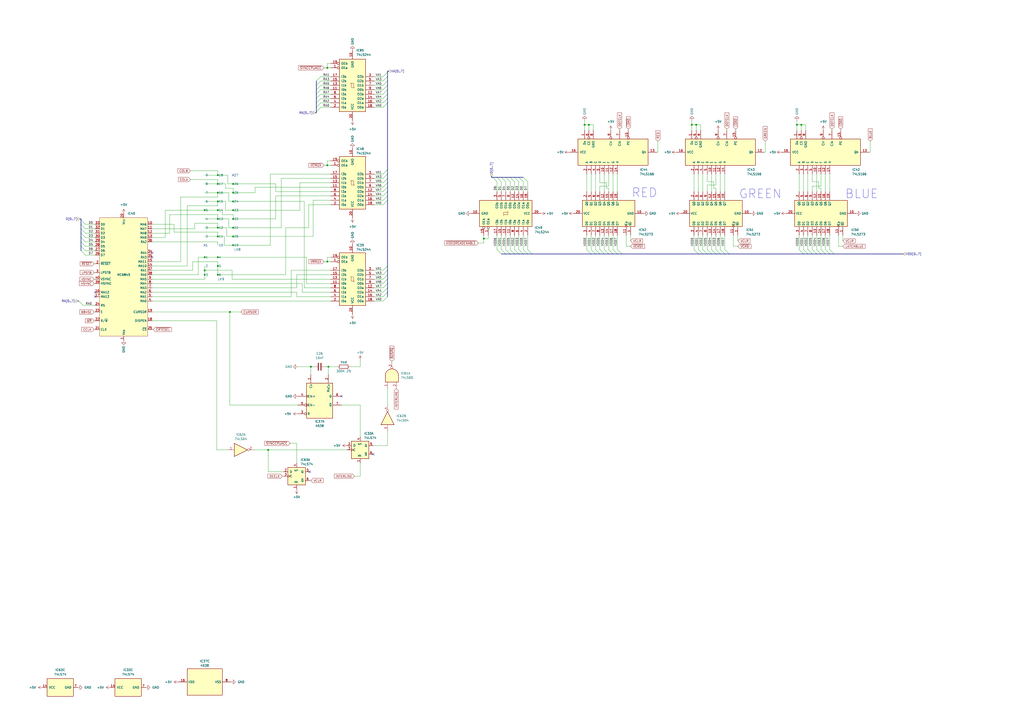
<source format=kicad_sch>
(kicad_sch (version 20230121) (generator eeschema)
  (paper "A2")
  (junction (at 135.255 142.24))
  (junction (at 126.365 111.76))
  (junction (at 126.365 132.08))
  (junction (at 126.365 101.6))
  (junction (at 126.365 116.84))
  (junction (at 190.5 212.725))
  (junction (at 118.745 156.845))
  (junction (at 126.365 149.225))
  (junction (at 135.255 111.76))
  (junction (at 126.365 106.68))
  (junction (at 464.82 72.39))
  (junction (at 126.365 159.385))
  (junction (at 118.745 121.92))
  (junction (at 126.365 127))
  (junction (at 135.255 116.84))
  (junction (at 135.255 132.08))
  (junction (at 126.365 154.305))
  (junction (at 339.09 72.39))
  (junction (at 126.365 121.92))
  (junction (at 133.35 180.975))
  (junction (at 155.575 260.985))
  (junction (at 189.865 95.885))
  (junction (at 341.63 72.39))
  (junction (at 180.34 212.725))
  (junction (at 135.255 137.16))
  (junction (at 135.255 121.92))
  (junction (at 135.255 106.68))
  (junction (at 126.365 137.16))
  (junction (at 118.745 149.225))
  (junction (at 189.865 151.765))
  (junction (at 403.86 72.39))
  (junction (at 189.865 39.37))
  (junction (at 280.67 138.43))
  (junction (at 462.28 72.39))
  (junction (at 135.255 127))
  (junction (at 401.32 72.39))
  (junction (at 118.745 159.385))
  (no_connect (at 135.255 101.6))
  (no_connect (at 55.245 172.085))
  (no_connect (at 179.705 273.685))
  (no_connect (at 216.535 263.525))
  (no_connect (at 55.245 169.545))
  (no_connect (at 198.12 229.87))
  (no_connect (at 88.265 149.225))
  (no_connect (at 118.745 142.24))
  (no_connect (at 88.265 146.685))
  (bus_entry (at 222.25 52.07) (size 2.54 -2.54))
  (bus_entry (at 308.61 147.32) (size -2.54 -2.54))
  (bus_entry (at 186.055 44.45) (size -2.54 2.54))
  (bus_entry (at 360.68 147.32) (size -2.54 -2.54))
  (bus_entry (at 222.25 46.99) (size 2.54 -2.54))
  (bus_entry (at 186.055 62.23) (size -2.54 2.54))
  (bus_entry (at 222.25 108.585) (size 2.54 -2.54))
  (bus_entry (at 350.52 147.32) (size -2.54 -2.54))
  (bus_entry (at 347.98 147.32) (size -2.54 -2.54))
  (bus_entry (at 471.17 147.32) (size -2.54 -2.54))
  (bus_entry (at 222.25 44.45) (size 2.54 -2.54))
  (bus_entry (at 345.44 147.32) (size -2.54 -2.54))
  (bus_entry (at 49.53 135.255) (size -2.54 -2.54))
  (bus_entry (at 306.07 147.32) (size -2.54 -2.54))
  (bus_entry (at 222.25 100.965) (size 2.54 -2.54))
  (bus_entry (at 355.6 147.32) (size -2.54 -2.54))
  (bus_entry (at 290.83 147.32) (size -2.54 -2.54))
  (bus_entry (at 186.055 52.07) (size -2.54 2.54))
  (bus_entry (at 222.25 54.61) (size 2.54 -2.54))
  (bus_entry (at 186.055 49.53) (size -2.54 2.54))
  (bus_entry (at 49.53 142.875) (size -2.54 -2.54))
  (bus_entry (at 466.09 147.32) (size -2.54 -2.54))
  (bus_entry (at 306.07 105.41) (size -2.54 -2.54))
  (bus_entry (at 412.75 147.32) (size -2.54 -2.54))
  (bus_entry (at 468.63 147.32) (size -2.54 -2.54))
  (bus_entry (at 342.9 147.32) (size -2.54 -2.54))
  (bus_entry (at 49.53 147.955) (size -2.54 -2.54))
  (bus_entry (at 222.25 59.69) (size 2.54 -2.54))
  (bus_entry (at 186.055 57.15) (size -2.54 2.54))
  (bus_entry (at 186.055 46.99) (size -2.54 2.54))
  (bus_entry (at 481.33 147.32) (size -2.54 -2.54))
  (bus_entry (at 49.53 137.795) (size -2.54 -2.54))
  (bus_entry (at 295.91 105.41) (size -2.54 -2.54))
  (bus_entry (at 222.25 116.205) (size 2.54 -2.54))
  (bus_entry (at 222.25 169.545) (size 2.54 -2.54))
  (bus_entry (at 222.25 49.53) (size 2.54 -2.54))
  (bus_entry (at 298.45 105.41) (size -2.54 -2.54))
  (bus_entry (at 186.055 59.69) (size -2.54 2.54))
  (bus_entry (at 222.25 103.505) (size 2.54 -2.54))
  (bus_entry (at 300.99 147.32) (size -2.54 -2.54))
  (bus_entry (at 300.99 105.41) (size -2.54 -2.54))
  (bus_entry (at 222.25 57.15) (size 2.54 -2.54))
  (bus_entry (at 290.83 105.41) (size -2.54 -2.54))
  (bus_entry (at 222.25 167.005) (size 2.54 -2.54))
  (bus_entry (at 222.25 159.385) (size 2.54 -2.54))
  (bus_entry (at 298.45 147.32) (size -2.54 -2.54))
  (bus_entry (at 222.25 164.465) (size 2.54 -2.54))
  (bus_entry (at 49.53 145.415) (size -2.54 -2.54))
  (bus_entry (at 358.14 147.32) (size -2.54 -2.54))
  (bus_entry (at 222.25 106.045) (size 2.54 -2.54))
  (bus_entry (at 222.25 118.745) (size 2.54 -2.54))
  (bus_entry (at 222.25 172.085) (size 2.54 -2.54))
  (bus_entry (at 186.055 54.61) (size -2.54 2.54))
  (bus_entry (at 288.29 105.41) (size -2.54 -2.54))
  (bus_entry (at 478.79 147.32) (size -2.54 -2.54))
  (bus_entry (at 420.37 147.32) (size -2.54 -2.54))
  (bus_entry (at 353.06 147.32) (size -2.54 -2.54))
  (bus_entry (at 303.53 147.32) (size -2.54 -2.54))
  (bus_entry (at 48.26 177.165) (size -2.54 -2.54))
  (bus_entry (at 473.71 147.32) (size -2.54 -2.54))
  (bus_entry (at 476.25 147.32) (size -2.54 -2.54))
  (bus_entry (at 222.25 113.665) (size 2.54 -2.54))
  (bus_entry (at 222.25 62.23) (size 2.54 -2.54))
  (bus_entry (at 303.53 105.41) (size -2.54 -2.54))
  (bus_entry (at 49.53 132.715) (size -2.54 -2.54))
  (bus_entry (at 295.91 147.32) (size -2.54 -2.54))
  (bus_entry (at 483.87 147.32) (size -2.54 -2.54))
  (bus_entry (at 49.53 130.175) (size -2.54 -2.54))
  (bus_entry (at 415.29 147.32) (size -2.54 -2.54))
  (bus_entry (at 417.83 147.32) (size -2.54 -2.54))
  (bus_entry (at 410.21 147.32) (size -2.54 -2.54))
  (bus_entry (at 49.53 140.335) (size -2.54 -2.54))
  (bus_entry (at 405.13 147.32) (size -2.54 -2.54))
  (bus_entry (at 422.91 147.32) (size -2.54 -2.54))
  (bus_entry (at 293.37 105.41) (size -2.54 -2.54))
  (bus_entry (at 222.25 156.845) (size 2.54 -2.54))
  (bus_entry (at 222.25 161.925) (size 2.54 -2.54))
  (bus_entry (at 407.67 147.32) (size -2.54 -2.54))
  (bus_entry (at 222.25 111.125) (size 2.54 -2.54))
  (bus_entry (at 293.37 147.32) (size -2.54 -2.54))
  (bus_entry (at 222.25 174.625) (size 2.54 -2.54))
  (bus (pts (xy 224.79 98.425) (xy 224.79 100.965)))
  (wire (pts (xy 340.36 100.965) (xy 340.36 111.125)))
  (wire (pts (xy 130.175 137.16) (xy 126.365 137.16)))
  (wire (pts (xy 463.55 136.525) (xy 463.55 144.78)))
  (wire (pts (xy 358.14 100.965) (xy 358.14 111.125)))
  (wire (pts (xy 55.245 137.795) (xy 49.53 137.795)))
  (wire (pts (xy 471.17 107.95) (xy 471.17 111.125)))
  (bus (pts (xy 224.79 156.845) (xy 224.79 159.385)))
  (wire (pts (xy 208.915 212.725) (xy 208.915 208.915)))
  (wire (pts (xy 172.085 257.175) (xy 168.275 257.175)))
  (wire (pts (xy 88.265 151.765) (xy 104.775 151.765)))
  (wire (pts (xy 189.865 39.37) (xy 191.77 39.37)))
  (wire (pts (xy 172.72 212.725) (xy 180.34 212.725)))
  (wire (pts (xy 224.79 258.445) (xy 224.79 250.19)))
  (wire (pts (xy 88.265 132.715) (xy 113.03 132.715)))
  (wire (pts (xy 443.865 81.915) (xy 443.865 88.265)))
  (wire (pts (xy 100.965 134.62) (xy 126.365 134.62)))
  (bus (pts (xy 466.09 147.32) (xy 468.63 147.32)))
  (wire (pts (xy 420.37 100.965) (xy 420.37 111.125)))
  (wire (pts (xy 402.59 100.965) (xy 402.59 111.125)))
  (wire (pts (xy 359.41 74.93) (xy 359.41 75.565)))
  (bus (pts (xy 224.79 116.205) (xy 224.79 154.305)))
  (bus (pts (xy 183.515 59.69) (xy 183.515 57.15)))
  (bus (pts (xy 46.99 132.715) (xy 46.99 135.255)))
  (wire (pts (xy 54.61 158.115) (xy 55.245 158.115)))
  (wire (pts (xy 131.445 137.16) (xy 131.445 132.08)))
  (wire (pts (xy 443.865 88.265) (xy 443.23 88.265)))
  (bus (pts (xy 308.61 147.32) (xy 342.9 147.32)))
  (bus (pts (xy 358.14 147.32) (xy 360.68 147.32)))
  (wire (pts (xy 405.13 136.525) (xy 405.13 144.78)))
  (bus (pts (xy 224.79 52.07) (xy 224.79 54.61)))
  (bus (pts (xy 422.91 147.32) (xy 466.09 147.32)))
  (wire (pts (xy 410.21 100.965) (xy 410.21 105.41)))
  (wire (pts (xy 471.17 136.525) (xy 471.17 144.78)))
  (wire (pts (xy 147.955 108.585) (xy 147.955 111.76)))
  (wire (pts (xy 55.245 135.255) (xy 49.53 135.255)))
  (wire (pts (xy 351.79 109.22) (xy 353.06 109.22)))
  (wire (pts (xy 135.255 127) (xy 135.255 124.46)))
  (wire (pts (xy 217.17 54.61) (xy 222.25 54.61)))
  (bus (pts (xy 224.79 154.305) (xy 224.79 156.845)))
  (wire (pts (xy 462.28 72.39) (xy 462.28 75.565)))
  (wire (pts (xy 118.745 161.925) (xy 118.745 159.385)))
  (wire (pts (xy 482.6 74.93) (xy 482.6 75.565)))
  (wire (pts (xy 401.32 72.39) (xy 401.32 75.565)))
  (wire (pts (xy 288.29 136.525) (xy 288.29 144.78)))
  (wire (pts (xy 88.265 130.175) (xy 100.965 130.175)))
  (wire (pts (xy 165.735 132.08) (xy 179.07 132.08)))
  (wire (pts (xy 293.37 136.525) (xy 293.37 144.78)))
  (wire (pts (xy 405.13 100.965) (xy 405.13 111.125)))
  (bus (pts (xy 471.17 147.32) (xy 473.71 147.32)))
  (wire (pts (xy 403.86 72.39) (xy 401.32 72.39)))
  (wire (pts (xy 415.29 136.525) (xy 415.29 144.78)))
  (bus (pts (xy 355.6 147.32) (xy 358.14 147.32)))
  (wire (pts (xy 347.98 111.125) (xy 347.98 107.95)))
  (wire (pts (xy 414.02 109.22) (xy 415.29 109.22)))
  (wire (pts (xy 132.08 101.6) (xy 126.365 101.6)))
  (wire (pts (xy 427.99 139.7) (xy 427.99 136.525)))
  (bus (pts (xy 224.79 44.45) (xy 224.79 46.99)))
  (wire (pts (xy 410.21 105.41) (xy 414.02 105.41)))
  (wire (pts (xy 191.77 116.205) (xy 181.61 116.205)))
  (bus (pts (xy 224.79 57.15) (xy 224.79 59.69)))
  (wire (pts (xy 88.265 135.255) (xy 98.425 135.255)))
  (wire (pts (xy 163.195 132.08) (xy 135.255 132.08)))
  (wire (pts (xy 132.715 111.76) (xy 132.715 116.84)))
  (wire (pts (xy 132.715 116.84) (xy 135.255 116.84)))
  (bus (pts (xy 350.52 147.32) (xy 353.06 147.32)))
  (wire (pts (xy 425.45 136.525) (xy 425.45 142.875)))
  (wire (pts (xy 217.17 46.99) (xy 222.25 46.99)))
  (wire (pts (xy 134.62 156.845) (xy 118.745 156.845)))
  (wire (pts (xy 306.07 111.125) (xy 306.07 105.41)))
  (wire (pts (xy 473.71 100.965) (xy 473.71 111.125)))
  (bus (pts (xy 405.13 147.32) (xy 407.67 147.32)))
  (wire (pts (xy 55.245 140.335) (xy 49.53 140.335)))
  (wire (pts (xy 406.4 72.39) (xy 403.86 72.39)))
  (bus (pts (xy 298.45 102.87) (xy 300.99 102.87)))
  (wire (pts (xy 353.06 109.22) (xy 353.06 111.125)))
  (wire (pts (xy 132.715 132.08) (xy 132.715 127)))
  (wire (pts (xy 179.07 132.08) (xy 179.07 118.745)))
  (wire (pts (xy 290.83 111.125) (xy 290.83 105.41)))
  (bus (pts (xy 224.79 106.045) (xy 224.79 108.585)))
  (wire (pts (xy 476.25 107.95) (xy 471.17 107.95)))
  (wire (pts (xy 175.26 164.465) (xy 175.26 169.545)))
  (wire (pts (xy 414.02 105.41) (xy 414.02 109.22)))
  (wire (pts (xy 135.255 142.24) (xy 130.175 142.24)))
  (wire (pts (xy 126.365 159.385) (xy 165.735 159.385)))
  (wire (pts (xy 410.21 107.315) (xy 415.29 107.315)))
  (bus (pts (xy 298.45 147.32) (xy 300.99 147.32)))
  (wire (pts (xy 504.825 88.265) (xy 504.19 88.265)))
  (wire (pts (xy 100.965 130.175) (xy 100.965 134.62)))
  (wire (pts (xy 303.53 111.125) (xy 303.53 105.41)))
  (wire (pts (xy 126.365 140.335) (xy 126.365 142.24)))
  (wire (pts (xy 108.585 154.305) (xy 108.585 119.38)))
  (wire (pts (xy 203.2 212.725) (xy 208.915 212.725)))
  (wire (pts (xy 88.265 167.005) (xy 172.085 167.005)))
  (wire (pts (xy 347.98 136.525) (xy 347.98 144.78)))
  (bus (pts (xy 224.79 108.585) (xy 224.79 111.125)))
  (wire (pts (xy 471.17 105.41) (xy 474.98 105.41)))
  (wire (pts (xy 130.81 106.68) (xy 130.81 109.22)))
  (wire (pts (xy 365.76 139.7) (xy 365.76 136.525)))
  (wire (pts (xy 476.25 100.965) (xy 476.25 107.95)))
  (wire (pts (xy 345.44 136.525) (xy 345.44 144.78)))
  (wire (pts (xy 54.61 180.975) (xy 55.245 180.975)))
  (bus (pts (xy 410.21 147.32) (xy 412.75 147.32)))
  (wire (pts (xy 191.77 113.665) (xy 160.02 113.665)))
  (wire (pts (xy 160.02 127) (xy 135.255 127)))
  (bus (pts (xy 290.83 147.32) (xy 293.37 147.32)))
  (bus (pts (xy 46.99 127.635) (xy 46.99 130.175)))
  (wire (pts (xy 288.29 111.125) (xy 288.29 105.41)))
  (wire (pts (xy 417.83 100.965) (xy 417.83 111.125)))
  (wire (pts (xy 175.26 169.545) (xy 191.77 169.545)))
  (wire (pts (xy 163.83 276.225) (xy 164.465 276.225)))
  (bus (pts (xy 224.79 100.965) (xy 224.79 103.505)))
  (wire (pts (xy 426.72 74.93) (xy 426.72 75.565)))
  (wire (pts (xy 126.365 134.62) (xy 126.365 137.16)))
  (wire (pts (xy 130.81 121.92) (xy 130.81 116.84)))
  (wire (pts (xy 135.255 121.92) (xy 130.81 121.92)))
  (wire (pts (xy 217.17 108.585) (xy 222.25 108.585)))
  (wire (pts (xy 191.77 108.585) (xy 147.955 108.585)))
  (wire (pts (xy 283.21 138.43) (xy 280.67 138.43)))
  (wire (pts (xy 466.09 100.965) (xy 466.09 111.125)))
  (wire (pts (xy 88.265 140.335) (xy 126.365 140.335)))
  (wire (pts (xy 125.73 186.055) (xy 88.265 186.055)))
  (bus (pts (xy 288.29 102.87) (xy 290.83 102.87)))
  (wire (pts (xy 118.745 149.225) (xy 126.365 149.225)))
  (wire (pts (xy 147.955 111.76) (xy 135.255 111.76)))
  (wire (pts (xy 342.9 136.525) (xy 342.9 144.78)))
  (wire (pts (xy 133.35 234.95) (xy 172.72 234.95)))
  (wire (pts (xy 363.22 142.875) (xy 365.76 142.875)))
  (wire (pts (xy 481.33 136.525) (xy 481.33 144.78)))
  (wire (pts (xy 88.265 174.625) (xy 191.77 174.625)))
  (wire (pts (xy 295.91 136.525) (xy 295.91 144.78)))
  (wire (pts (xy 353.06 107.95) (xy 353.06 100.965)))
  (bus (pts (xy 300.99 147.32) (xy 303.53 147.32)))
  (wire (pts (xy 224.79 225.425) (xy 224.79 234.95)))
  (wire (pts (xy 125.73 260.985) (xy 125.73 186.055)))
  (wire (pts (xy 118.745 111.76) (xy 126.365 111.76)))
  (wire (pts (xy 104.775 151.765) (xy 104.775 114.3)))
  (wire (pts (xy 54.61 161.925) (xy 55.245 161.925)))
  (wire (pts (xy 217.17 59.69) (xy 222.25 59.69)))
  (wire (pts (xy 110.49 104.14) (xy 126.365 104.14)))
  (wire (pts (xy 350.52 136.525) (xy 350.52 144.78)))
  (wire (pts (xy 217.17 57.15) (xy 222.25 57.15)))
  (wire (pts (xy 191.77 93.345) (xy 189.865 93.345)))
  (bus (pts (xy 224.79 103.505) (xy 224.79 106.045)))
  (wire (pts (xy 407.67 136.525) (xy 407.67 144.78)))
  (wire (pts (xy 126.365 124.46) (xy 126.365 127)))
  (bus (pts (xy 224.79 49.53) (xy 224.79 52.07)))
  (wire (pts (xy 135.255 124.46) (xy 128.905 124.46)))
  (wire (pts (xy 126.365 121.92) (xy 128.905 121.92)))
  (bus (pts (xy 417.83 147.32) (xy 420.37 147.32)))
  (wire (pts (xy 339.09 72.39) (xy 339.09 75.565)))
  (bus (pts (xy 290.83 102.87) (xy 293.37 102.87)))
  (wire (pts (xy 403.86 72.39) (xy 403.86 75.565)))
  (wire (pts (xy 345.44 100.965) (xy 345.44 111.125)))
  (wire (pts (xy 217.17 159.385) (xy 222.25 159.385)))
  (wire (pts (xy 464.82 72.39) (xy 462.28 72.39)))
  (bus (pts (xy 353.06 147.32) (xy 355.6 147.32)))
  (wire (pts (xy 487.68 74.93) (xy 487.68 75.565)))
  (wire (pts (xy 172.085 169.545) (xy 172.085 172.085)))
  (wire (pts (xy 344.17 72.39) (xy 341.63 72.39)))
  (bus (pts (xy 285.75 102.87) (xy 288.29 102.87)))
  (wire (pts (xy 187.96 39.37) (xy 189.865 39.37)))
  (wire (pts (xy 217.17 49.53) (xy 222.25 49.53)))
  (wire (pts (xy 160.02 111.125) (xy 160.02 106.68)))
  (wire (pts (xy 358.14 136.525) (xy 358.14 144.78)))
  (wire (pts (xy 462.28 69.85) (xy 462.28 72.39)))
  (bus (pts (xy 481.33 147.32) (xy 483.87 147.32)))
  (bus (pts (xy 183.515 54.61) (xy 183.515 52.07)))
  (wire (pts (xy 401.32 69.85) (xy 401.32 72.39)))
  (wire (pts (xy 293.37 111.125) (xy 293.37 105.41)))
  (wire (pts (xy 156.845 100.965) (xy 156.845 142.24)))
  (wire (pts (xy 189.865 36.83) (xy 189.865 39.37)))
  (wire (pts (xy 417.83 136.525) (xy 417.83 144.78)))
  (wire (pts (xy 156.845 142.24) (xy 135.255 142.24)))
  (bus (pts (xy 224.79 161.925) (xy 224.79 164.465)))
  (bus (pts (xy 182.88 65.405) (xy 183.515 65.405)))
  (wire (pts (xy 412.75 100.965) (xy 412.75 111.125)))
  (wire (pts (xy 189.865 95.885) (xy 191.77 95.885)))
  (bus (pts (xy 468.63 147.32) (xy 471.17 147.32)))
  (wire (pts (xy 180.34 278.765) (xy 179.705 278.765)))
  (wire (pts (xy 126.365 151.765) (xy 126.365 154.305)))
  (wire (pts (xy 55.245 147.955) (xy 49.53 147.955)))
  (wire (pts (xy 113.03 132.715) (xy 113.03 129.54)))
  (wire (pts (xy 340.36 136.525) (xy 340.36 144.78)))
  (bus (pts (xy 224.79 59.69) (xy 224.79 98.425)))
  (wire (pts (xy 300.99 136.525) (xy 300.99 144.78)))
  (wire (pts (xy 410.21 136.525) (xy 410.21 144.78)))
  (bus (pts (xy 473.71 147.32) (xy 476.25 147.32)))
  (wire (pts (xy 126.365 119.38) (xy 126.365 116.84)))
  (bus (pts (xy 347.98 147.32) (xy 350.52 147.32)))
  (wire (pts (xy 217.17 167.005) (xy 222.25 167.005)))
  (wire (pts (xy 135.255 106.68) (xy 132.08 106.68)))
  (wire (pts (xy 476.25 109.22) (xy 476.25 111.125)))
  (wire (pts (xy 172.085 268.605) (xy 172.085 257.175)))
  (wire (pts (xy 126.365 104.14) (xy 126.365 106.68)))
  (wire (pts (xy 300.99 111.125) (xy 300.99 105.41)))
  (bus (pts (xy 483.87 147.32) (xy 523.875 147.32)))
  (wire (pts (xy 341.63 72.39) (xy 339.09 72.39)))
  (wire (pts (xy 181.61 116.205) (xy 181.61 137.16)))
  (bus (pts (xy 224.79 41.91) (xy 224.79 44.45)))
  (wire (pts (xy 280.67 140.97) (xy 280.67 138.43)))
  (wire (pts (xy 486.41 136.525) (xy 486.41 142.875)))
  (wire (pts (xy 98.425 135.255) (xy 98.425 124.46)))
  (wire (pts (xy 421.64 74.93) (xy 421.64 75.565)))
  (wire (pts (xy 155.575 260.985) (xy 155.575 273.685)))
  (wire (pts (xy 471.17 100.965) (xy 471.17 105.41)))
  (wire (pts (xy 191.77 59.69) (xy 186.055 59.69)))
  (wire (pts (xy 126.365 114.3) (xy 126.365 111.76)))
  (bus (pts (xy 224.79 169.545) (xy 224.79 172.085)))
  (wire (pts (xy 191.77 52.07) (xy 186.055 52.07)))
  (wire (pts (xy 298.45 111.125) (xy 298.45 105.41)))
  (wire (pts (xy 55.245 132.715) (xy 49.53 132.715)))
  (wire (pts (xy 355.6 100.965) (xy 355.6 111.125)))
  (wire (pts (xy 189.865 151.765) (xy 191.77 151.765)))
  (wire (pts (xy 350.52 100.965) (xy 350.52 111.125)))
  (wire (pts (xy 216.535 258.445) (xy 224.79 258.445)))
  (wire (pts (xy 108.585 119.38) (xy 126.365 119.38)))
  (wire (pts (xy 114.935 159.385) (xy 114.935 149.225)))
  (bus (pts (xy 360.68 147.32) (xy 405.13 147.32)))
  (wire (pts (xy 88.9 191.135) (xy 88.265 191.135)))
  (bus (pts (xy 342.9 147.32) (xy 345.44 147.32)))
  (wire (pts (xy 208.915 234.95) (xy 208.915 253.365)))
  (wire (pts (xy 425.45 142.875) (xy 427.99 142.875)))
  (wire (pts (xy 104.775 114.3) (xy 126.365 114.3)))
  (wire (pts (xy 177.8 149.225) (xy 177.8 164.465)))
  (wire (pts (xy 402.59 136.525) (xy 402.59 144.78)))
  (wire (pts (xy 189.865 93.345) (xy 189.865 95.885)))
  (wire (pts (xy 463.55 100.965) (xy 463.55 111.125)))
  (bus (pts (xy 224.79 46.99) (xy 224.79 49.53)))
  (wire (pts (xy 217.17 111.125) (xy 222.25 111.125)))
  (wire (pts (xy 54.61 186.055) (xy 55.245 186.055)))
  (wire (pts (xy 165.735 159.385) (xy 165.735 132.08)))
  (wire (pts (xy 172.085 172.085) (xy 191.77 172.085)))
  (wire (pts (xy 190.5 212.725) (xy 190.5 217.17)))
  (wire (pts (xy 277.495 140.97) (xy 280.67 140.97)))
  (wire (pts (xy 217.17 172.085) (xy 222.25 172.085)))
  (wire (pts (xy 180.34 212.725) (xy 181.61 212.725)))
  (wire (pts (xy 126.365 154.305) (xy 126.365 159.385)))
  (wire (pts (xy 466.09 136.525) (xy 466.09 144.78)))
  (wire (pts (xy 95.885 137.795) (xy 95.885 121.92)))
  (wire (pts (xy 381.635 88.265) (xy 381 88.265)))
  (wire (pts (xy 217.17 103.505) (xy 222.25 103.505)))
  (wire (pts (xy 464.82 72.39) (xy 464.82 75.565)))
  (bus (pts (xy 300.99 102.87) (xy 303.53 102.87)))
  (bus (pts (xy 224.79 41.275) (xy 224.79 41.91)))
  (wire (pts (xy 415.29 100.965) (xy 415.29 107.315)))
  (wire (pts (xy 160.02 106.68) (xy 135.255 106.68)))
  (wire (pts (xy 88.265 156.845) (xy 111.76 156.845)))
  (wire (pts (xy 88.265 154.305) (xy 108.585 154.305)))
  (bus (pts (xy 46.99 140.335) (xy 46.99 142.875)))
  (wire (pts (xy 351.79 106.045) (xy 351.79 109.22)))
  (wire (pts (xy 474.98 105.41) (xy 474.98 109.22)))
  (bus (pts (xy 478.79 147.32) (xy 481.33 147.32)))
  (wire (pts (xy 341.63 72.39) (xy 341.63 75.565)))
  (wire (pts (xy 412.75 136.525) (xy 412.75 144.78)))
  (wire (pts (xy 189.23 212.725) (xy 190.5 212.725)))
  (wire (pts (xy 130.175 142.24) (xy 130.175 137.16)))
  (bus (pts (xy 46.99 142.875) (xy 46.99 145.415)))
  (wire (pts (xy 217.17 106.045) (xy 222.25 106.045)))
  (wire (pts (xy 407.67 100.965) (xy 407.67 111.125)))
  (wire (pts (xy 217.17 156.845) (xy 222.25 156.845)))
  (bus (pts (xy 293.37 102.87) (xy 295.91 102.87)))
  (wire (pts (xy 181.61 137.16) (xy 135.255 137.16)))
  (wire (pts (xy 473.71 136.525) (xy 473.71 144.78)))
  (wire (pts (xy 306.07 136.525) (xy 306.07 144.78)))
  (wire (pts (xy 172.085 159.385) (xy 191.77 159.385)))
  (wire (pts (xy 290.83 136.525) (xy 290.83 144.78)))
  (wire (pts (xy 132.08 106.68) (xy 132.08 101.6)))
  (bus (pts (xy 224.79 164.465) (xy 224.79 167.005)))
  (wire (pts (xy 217.17 44.45) (xy 222.25 44.45)))
  (wire (pts (xy 217.17 52.07) (xy 222.25 52.07)))
  (wire (pts (xy 135.255 109.22) (xy 135.255 111.76)))
  (wire (pts (xy 468.63 100.965) (xy 468.63 111.125)))
  (wire (pts (xy 364.49 74.93) (xy 364.49 75.565)))
  (wire (pts (xy 190.5 212.725) (xy 195.58 212.725)))
  (wire (pts (xy 55.245 130.175) (xy 49.53 130.175)))
  (wire (pts (xy 191.77 36.83) (xy 189.865 36.83)))
  (bus (pts (xy 183.515 62.23) (xy 183.515 59.69)))
  (wire (pts (xy 88.265 180.975) (xy 133.35 180.975)))
  (wire (pts (xy 191.77 49.53) (xy 186.055 49.53)))
  (wire (pts (xy 353.06 136.525) (xy 353.06 144.78)))
  (bus (pts (xy 412.75 147.32) (xy 415.29 147.32)))
  (wire (pts (xy 467.36 72.39) (xy 464.82 72.39)))
  (wire (pts (xy 363.22 136.525) (xy 363.22 142.875)))
  (wire (pts (xy 163.195 103.505) (xy 163.195 132.08)))
  (wire (pts (xy 406.4 75.565) (xy 406.4 72.39)))
  (wire (pts (xy 110.49 99.06) (xy 126.365 99.06)))
  (wire (pts (xy 55.245 145.415) (xy 49.53 145.415)))
  (bus (pts (xy 224.79 167.005) (xy 224.79 169.545)))
  (wire (pts (xy 118.745 101.6) (xy 126.365 101.6)))
  (bus (pts (xy 420.37 147.32) (xy 422.91 147.32)))
  (bus (pts (xy 476.25 147.32) (xy 478.79 147.32)))
  (wire (pts (xy 126.365 111.76) (xy 132.715 111.76)))
  (wire (pts (xy 504.825 81.915) (xy 504.825 88.265)))
  (wire (pts (xy 208.915 276.225) (xy 208.915 268.605)))
  (wire (pts (xy 128.905 124.46) (xy 128.905 121.92)))
  (bus (pts (xy 183.515 57.15) (xy 183.515 54.61)))
  (wire (pts (xy 126.365 99.06) (xy 126.365 101.6)))
  (bus (pts (xy 306.07 147.32) (xy 308.61 147.32)))
  (wire (pts (xy 217.17 118.745) (xy 222.25 118.745)))
  (wire (pts (xy 476.25 136.525) (xy 476.25 144.78)))
  (wire (pts (xy 118.745 121.92) (xy 126.365 121.92)))
  (wire (pts (xy 135.255 137.16) (xy 131.445 137.16)))
  (wire (pts (xy 54.61 191.135) (xy 55.245 191.135)))
  (wire (pts (xy 133.35 180.975) (xy 133.35 234.95)))
  (wire (pts (xy 217.17 169.545) (xy 222.25 169.545)))
  (wire (pts (xy 189.865 149.225) (xy 189.865 151.765)))
  (bus (pts (xy 183.515 49.53) (xy 183.515 46.99)))
  (wire (pts (xy 118.745 106.68) (xy 126.365 106.68)))
  (wire (pts (xy 481.33 100.965) (xy 481.33 111.125)))
  (wire (pts (xy 118.745 132.08) (xy 126.365 132.08)))
  (wire (pts (xy 168.91 172.085) (xy 168.91 156.845)))
  (wire (pts (xy 347.98 100.965) (xy 347.98 106.045)))
  (wire (pts (xy 113.03 129.54) (xy 126.365 129.54)))
  (wire (pts (xy 191.77 44.45) (xy 186.055 44.45)))
  (wire (pts (xy 283.21 136.525) (xy 283.21 138.43)))
  (wire (pts (xy 155.575 273.685) (xy 164.465 273.685)))
  (bus (pts (xy 46.99 135.255) (xy 46.99 137.795)))
  (wire (pts (xy 280.67 138.43) (xy 280.67 136.525)))
  (wire (pts (xy 55.245 142.875) (xy 49.53 142.875)))
  (wire (pts (xy 347.98 106.045) (xy 351.79 106.045)))
  (wire (pts (xy 135.255 132.08) (xy 132.715 132.08)))
  (wire (pts (xy 191.77 62.23) (xy 186.055 62.23)))
  (wire (pts (xy 355.6 136.525) (xy 355.6 144.78)))
  (wire (pts (xy 478.79 100.965) (xy 478.79 111.125)))
  (bus (pts (xy 225.425 41.275) (xy 224.79 41.275)))
  (wire (pts (xy 191.77 54.61) (xy 186.055 54.61)))
  (wire (pts (xy 198.12 234.95) (xy 208.915 234.95)))
  (wire (pts (xy 298.45 136.525) (xy 298.45 144.78)))
  (wire (pts (xy 344.17 75.565) (xy 344.17 72.39)))
  (wire (pts (xy 54.61 164.465) (xy 55.245 164.465)))
  (bus (pts (xy 224.79 111.125) (xy 224.79 113.665)))
  (wire (pts (xy 48.26 177.165) (xy 55.245 177.165)))
  (wire (pts (xy 133.35 180.975) (xy 139.7 180.975)))
  (wire (pts (xy 488.95 139.7) (xy 488.95 136.525)))
  (wire (pts (xy 130.81 109.22) (xy 135.255 109.22)))
  (wire (pts (xy 180.34 212.725) (xy 180.34 217.17)))
  (wire (pts (xy 95.885 121.92) (xy 118.745 121.92)))
  (wire (pts (xy 217.17 116.205) (xy 222.25 116.205)))
  (bus (pts (xy 46.99 137.795) (xy 46.99 140.335)))
  (wire (pts (xy 126.365 132.08) (xy 131.445 132.08)))
  (wire (pts (xy 88.265 159.385) (xy 114.935 159.385)))
  (bus (pts (xy 345.44 147.32) (xy 347.98 147.32)))
  (wire (pts (xy 191.77 57.15) (xy 186.055 57.15)))
  (wire (pts (xy 339.09 69.85) (xy 339.09 72.39)))
  (bus (pts (xy 183.515 65.405) (xy 183.515 64.77)))
  (wire (pts (xy 420.37 136.525) (xy 420.37 144.78)))
  (wire (pts (xy 474.98 109.22) (xy 476.25 109.22)))
  (wire (pts (xy 410.21 111.125) (xy 410.21 107.315)))
  (wire (pts (xy 155.575 260.985) (xy 201.295 260.985)))
  (wire (pts (xy 191.77 46.99) (xy 186.055 46.99)))
  (bus (pts (xy 224.79 54.61) (xy 224.79 57.15)))
  (bus (pts (xy 303.53 147.32) (xy 306.07 147.32)))
  (wire (pts (xy 217.17 100.965) (xy 222.25 100.965)))
  (bus (pts (xy 46.99 130.175) (xy 46.99 132.715)))
  (bus (pts (xy 45.085 174.625) (xy 45.72 174.625)))
  (wire (pts (xy 118.745 127) (xy 126.365 127)))
  (wire (pts (xy 111.76 156.845) (xy 111.76 151.765)))
  (wire (pts (xy 217.17 113.665) (xy 222.25 113.665)))
  (wire (pts (xy 160.02 113.665) (xy 160.02 127)))
  (wire (pts (xy 176.53 167.005) (xy 191.77 167.005)))
  (wire (pts (xy 191.77 111.125) (xy 160.02 111.125)))
  (wire (pts (xy 217.17 164.465) (xy 222.25 164.465)))
  (wire (pts (xy 98.425 124.46) (xy 126.365 124.46)))
  (wire (pts (xy 478.79 136.525) (xy 478.79 144.78)))
  (wire (pts (xy 111.76 151.765) (xy 126.365 151.765)))
  (bus (pts (xy 183.515 52.07) (xy 183.515 49.53)))
  (wire (pts (xy 176.53 116.84) (xy 176.53 167.005)))
  (bus (pts (xy 46.99 127) (xy 46.99 127.635)))
  (wire (pts (xy 118.745 137.16) (xy 126.365 137.16)))
  (bus (pts (xy 415.29 147.32) (xy 417.83 147.32)))
  (wire (pts (xy 147.32 260.985) (xy 155.575 260.985)))
  (wire (pts (xy 191.77 103.505) (xy 163.195 103.505)))
  (bus (pts (xy 46.355 127) (xy 46.99 127)))
  (wire (pts (xy 217.17 161.925) (xy 222.25 161.925)))
  (wire (pts (xy 126.365 106.68) (xy 130.81 106.68)))
  (wire (pts (xy 295.91 111.125) (xy 295.91 105.41)))
  (wire (pts (xy 191.77 161.925) (xy 134.62 161.925)))
  (wire (pts (xy 114.935 149.225) (xy 118.745 149.225)))
  (wire (pts (xy 187.96 95.885) (xy 189.865 95.885)))
  (bus (pts (xy 293.37 147.32) (xy 295.91 147.32)))
  (wire (pts (xy 217.17 62.23) (xy 222.25 62.23)))
  (wire (pts (xy 126.365 129.54) (xy 126.365 132.08)))
  (bus (pts (xy 285.115 102.87) (xy 285.75 102.87)))
  (wire (pts (xy 486.41 142.875) (xy 488.95 142.875)))
  (wire (pts (xy 227.33 209.55) (xy 227.33 210.185)))
  (wire (pts (xy 217.17 174.625) (xy 222.25 174.625)))
  (wire (pts (xy 88.265 164.465) (xy 175.26 164.465)))
  (wire (pts (xy 88.265 172.085) (xy 168.91 172.085)))
  (wire (pts (xy 88.265 161.925) (xy 118.745 161.925)))
  (bus (pts (xy 224.79 113.665) (xy 224.79 116.205)))
  (bus (pts (xy 183.515 64.77) (xy 183.515 62.23)))
  (bus (pts (xy 224.79 159.385) (xy 224.79 161.925)))
  (wire (pts (xy 88.265 137.795) (xy 95.885 137.795)))
  (wire (pts (xy 172.085 167.005) (xy 172.085 159.385)))
  (bus (pts (xy 407.67 147.32) (xy 410.21 147.32)))
  (wire (pts (xy 173.99 121.92) (xy 173.99 106.045)))
  (wire (pts (xy 135.255 121.92) (xy 173.99 121.92)))
  (wire (pts (xy 303.53 136.525) (xy 303.53 144.78)))
  (wire (pts (xy 468.63 136.525) (xy 468.63 144.78)))
  (wire (pts (xy 135.255 116.84) (xy 176.53 116.84)))
  (wire (pts (xy 118.745 154.305) (xy 118.745 156.845)))
  (wire (pts (xy 118.745 156.845) (xy 118.745 159.385)))
  (wire (pts (xy 54.61 153.035) (xy 55.245 153.035)))
  (wire (pts (xy 134.62 161.925) (xy 134.62 156.845)))
  (wire (pts (xy 347.98 107.95) (xy 353.06 107.95)))
  (wire (pts (xy 187.96 151.765) (xy 189.865 151.765)))
  (wire (pts (xy 205.74 276.225) (xy 208.915 276.225)))
  (wire (pts (xy 126.365 116.84) (xy 130.81 116.84)))
  (wire (pts (xy 179.07 118.745) (xy 191.77 118.745)))
  (wire (pts (xy 168.91 156.845) (xy 191.77 156.845)))
  (wire (pts (xy 125.73 260.985) (xy 132.08 260.985)))
  (bus (pts (xy 295.91 147.32) (xy 298.45 147.32)))
  (wire (pts (xy 177.8 164.465) (xy 191.77 164.465)))
  (wire (pts (xy 118.745 116.84) (xy 126.365 116.84)))
  (wire (pts (xy 191.77 149.225) (xy 189.865 149.225)))
  (wire (pts (xy 132.715 127) (xy 126.365 127)))
  (bus (pts (xy 285.115 102.235) (xy 285.115 102.87)))
  (bus (pts (xy 295.91 102.87) (xy 298.45 102.87)))
  (wire (pts (xy 415.29 109.22) (xy 415.29 111.125)))
  (wire (pts (xy 381.635 81.915) (xy 381.635 88.265)))
  (wire (pts (xy 342.9 100.965) (xy 342.9 111.125)))
  (wire (pts (xy 126.365 149.225) (xy 177.8 149.225)))
  (wire (pts (xy 191.77 100.965) (xy 156.845 100.965)))
  (wire (pts (xy 173.99 106.045) (xy 191.77 106.045)))
  (wire (pts (xy 467.36 75.565) (xy 467.36 72.39)))
  (wire (pts (xy 88.265 169.545) (xy 172.085 169.545)))
  (text "BLUE" (at 490.22 115.57 0) (effects (font (size 5.08 5.08)) (justify left bottom)))
  (text "GREEN" (at 428.625 115.57 0) (effects (font (size 5.08 5.08)) (justify left bottom)))
  (text "RED" (at 366.395 114.935 0) (effects (font (size 5.08 5.08)) (justify left bottom)))
  (label "D5" (at 53.975 142.875 180))
  (label "VOD3" (at 300.99 142.875 90))
  (label "VOD4" (at 350.52 142.875 90))
  (label "D0" (at 303.53 110.49 90))
  (label "VOD2" (at 407.67 142.875 90))
  (label "VA0" (at 217.805 62.23 0))
  (label "VA1" (at 217.805 44.45 0))
  (label "RA7" (at 187.325 54.61 0))
  (label "VOD3" (at 415.29 142.875 90))
  (label "VOD0" (at 303.53 142.875 90))
  (label "RA4" (at 187.325 57.15 0))
  (label "D2" (at 298.45 110.49 90))
  (label "VOD6" (at 478.79 142.875 90))
  (label "VOD1" (at 342.9 142.875 90))
  (label "VOD2" (at 298.45 142.875 90))
  (label "VA1" (at 217.805 156.845 0))
  (label "VA2" (at 217.805 59.69 0))
  (label "VA5" (at 217.805 106.045 0))
  (label "D3" (at 53.975 137.795 180))
  (label "VA3" (at 217.805 159.385 0))
  (label "VOD2" (at 468.63 142.875 90))
  (label "D0" (at 53.975 130.175 180))
  (label "D4" (at 53.975 140.335 180))
  (label "VOD6" (at 355.6 142.875 90))
  (label "VOD2" (at 345.44 142.875 90))
  (label "VA2" (at 217.805 172.085 0))
  (label "VOD5" (at 295.91 142.875 90))
  (label "VA7" (at 217.805 111.125 0))
  (label "VOD5" (at 347.98 142.875 90))
  (label "VOD0" (at 402.59 142.875 90))
  (label "D2" (at 53.975 135.255 180))
  (label "D7" (at 306.07 110.49 90))
  (label "VA2" (at 217.805 116.205 0))
  (label "D3" (at 300.99 110.49 90))
  (label "D4" (at 293.37 110.49 90))
  (label "VOD6" (at 417.83 142.875 90))
  (label "VA5" (at 217.805 49.53 0))
  (label "VA4" (at 217.805 57.15 0))
  (label "D7" (at 53.975 147.955 180))
  (label "VOD5" (at 410.21 142.875 90))
  (label "VOD7" (at 481.33 142.875 90))
  (label "VA5" (at 217.805 161.925 0))
  (label "VOD4" (at 412.75 142.875 90))
  (label "VOD3" (at 476.25 142.875 90))
  (label "VA0" (at 217.805 174.625 0))
  (label "VOD5" (at 471.17 142.875 90))
  (label "VA0" (at 217.805 118.745 0))
  (label "VA3" (at 217.805 103.505 0))
  (label "VA7" (at 217.805 167.005 0))
  (label "VOD4" (at 473.71 142.875 90))
  (label "RA0" (at 53.34 177.165 180))
  (label "VA1" (at 217.805 100.965 0))
  (label "VA4" (at 217.805 113.665 0))
  (label "RA3" (at 187.325 46.99 0))
  (label "VOD7" (at 306.07 142.875 90))
  (label "VOD7" (at 358.14 142.875 90))
  (label "D6" (at 288.29 110.49 90))
  (label "D5" (at 295.91 110.49 90))
  (label "VOD6" (at 288.29 142.875 90))
  (label "VOD0" (at 463.55 142.875 90))
  (label "VOD1" (at 405.13 142.875 90))
  (label "VOD3" (at 353.06 142.875 90))
  (label "D1" (at 290.83 110.49 90))
  (label "RA0" (at 187.325 62.23 0))
  (label "VOD4" (at 293.37 142.875 90))
  (label "VA4" (at 217.805 169.545 0))
  (label "VOD1" (at 466.09 142.875 90))
  (label "VOD1" (at 290.83 142.875 90))
  (label "VOD0" (at 340.36 142.875 90))
  (label "VA3" (at 217.805 46.99 0))
  (label "VA6" (at 217.805 52.07 0))
  (label "VA6" (at 217.805 108.585 0))
  (label "RA6" (at 187.325 52.07 0))
  (label "D6" (at 53.975 145.415 180))
  (label "VOD7" (at 420.37 142.875 90))
  (label "RA2" (at 187.325 59.69 0))
  (label "VA7" (at 217.805 54.61 0))
  (label "VA6" (at 217.805 164.465 0))
  (label "D1" (at 53.975 132.715 180))
  (label "RA1" (at 187.325 44.45 0))
  (label "RA5" (at 187.325 49.53 0))
  (global_label "~{LOAD}" (shape input) (at 426.72 74.93 90) (property "Intersheetrefs" "${INTERSHEET_REFS}" (effects hide)))
  (global_label "~{SYNCCPUACC}" (shape input) (at 187.96 39.37 180) (property "Intersheetrefs" "${INTERSHEET_REFS}" (effects hide)))
  (global_label "VCLR" (shape input) (at 180.34 278.765 0) (property "Intersheetrefs" "${INTERSHEET_REFS}" (effects hide)))
  (global_label "BLUE" (shape input) (at 504.825 81.915 90) (property "Intersheetrefs" "${INTERSHEET_REFS}" (effects hide)))
  (global_label "~{VCASII}" (shape input) (at 365.76 142.875 0) (property "Intersheetrefs" "${INTERSHEET_REFS}" (effects hide)))
  (global_label "~{WR}" (shape input) (at 54.61 186.055 180) (property "Intersheetrefs" "${INTERSHEET_REFS}" (effects hide)))
  (global_label "~{LOAD}" (shape input) (at 364.49 74.93 90) (property "Intersheetrefs" "${INTERSHEET_REFS}" (effects hide)))
  (global_label "HSYNC" (shape input) (at 54.61 164.465 180) (property "Intersheetrefs" "${INTERSHEET_REFS}" (effects hide)))
  (global_label "VCLR" (shape input) (at 488.95 139.7 0) (property "Intersheetrefs" "${INTERSHEET_REFS}" (effects hide)))
  (global_label "INTERLINE" (shape input) (at 229.87 225.425 270) (property "Intersheetrefs" "${INTERSHEET_REFS}" (effects hide)))
  (global_label "~{LOAD}" (shape input) (at 487.68 74.93 90) (property "Intersheetrefs" "${INTERSHEET_REFS}" (effects hide)))
  (global_label "CCLK" (shape input) (at 54.61 191.135 180) (property "Intersheetrefs" "${INTERSHEET_REFS}" (effects hide)))
  (global_label "INTERLINE" (shape input) (at 205.74 276.225 180) (property "Intersheetrefs" "${INTERSHEET_REFS}" (effects hide)))
  (global_label "~{VCASI}" (shape input) (at 427.99 142.875 0) (property "Intersheetrefs" "${INTERSHEET_REFS}" (effects hide)))
  (global_label "COLB" (shape input) (at 110.49 99.06 180) (property "Intersheetrefs" "${INTERSHEET_REFS}" (effects hide)))
  (global_label "VCLR" (shape input) (at 427.99 139.7 0) (property "Intersheetrefs" "${INTERSHEET_REFS}" (effects hide)))
  (global_label "DOTCLK" (shape input) (at 359.41 74.93 90) (property "Intersheetrefs" "${INTERSHEET_REFS}" (effects hide)))
  (global_label "~{CRTCSEL}" (shape input) (at 88.9 191.135 0) (property "Intersheetrefs" "${INTERSHEET_REFS}" (effects hide)))
  (global_label "~{SYNCCPUACC}" (shape input) (at 168.275 257.175 180) (property "Intersheetrefs" "${INTERSHEET_REFS}" (effects hide)))
  (global_label "~{BUSRQ}" (shape input) (at 227.33 209.55 90) (property "Intersheetrefs" "${INTERSHEET_REFS}" (effects hide)))
  (global_label "RED" (shape input) (at 381.635 81.915 90) (property "Intersheetrefs" "${INTERSHEET_REFS}" (effects hide)))
  (global_label "~{RESET}" (shape input) (at 54.61 153.035 180) (property "Intersheetrefs" "${INTERSHEET_REFS}" (effects hide)))
  (global_label "CURSOR" (shape input) (at 139.7 180.975 0) (property "Intersheetrefs" "${INTERSHEET_REFS}" (effects hide)))
  (global_label "COLA" (shape input) (at 110.49 104.14 180) (property "Intersheetrefs" "${INTERSHEET_REFS}" (effects hide)))
  (global_label "LPSTB" (shape input) (at 54.61 158.115 180) (property "Intersheetrefs" "${INTERSHEET_REFS}" (effects hide)))
  (global_label "GREEN" (shape input) (at 443.865 81.915 90) (property "Intersheetrefs" "${INTERSHEET_REFS}" (effects hide)))
  (global_label "LATCHBLUE" (shape input) (at 488.95 142.875 0) (property "Intersheetrefs" "${INTERSHEET_REFS}" (effects hide)))
  (global_label "DOTCLK" (shape input) (at 482.6 74.93 90) (property "Intersheetrefs" "${INTERSHEET_REFS}" (effects hide)))
  (global_label "6845E" (shape input) (at 54.61 180.975 180) (property "Intersheetrefs" "${INTERSHEET_REFS}" (effects hide)))
  (global_label "~{VCMUX}" (shape input) (at 187.96 95.885 180) (property "Intersheetrefs" "${INTERSHEET_REFS}" (effects hide)))
  (global_label "VSYNC" (shape input) (at 54.61 161.925 180) (property "Intersheetrefs" "${INTERSHEET_REFS}" (effects hide)))
  (global_label "~{VIDEOREADENABLE}" (shape input) (at 277.495 140.97 180) (property "Intersheetrefs" "${INTERSHEET_REFS}" (effects hide)))
  (global_label "VCLR" (shape input) (at 365.76 139.7 0) (property "Intersheetrefs" "${INTERSHEET_REFS}" (effects hide)))
  (global_label "DOTCLK" (shape input) (at 421.64 74.93 90) (property "Intersheetrefs" "${INTERSHEET_REFS}" (effects hide)))
  (global_label "~{VRMUX}" (shape input) (at 187.96 151.765 180) (property "Intersheetrefs" "${INTERSHEET_REFS}" (effects hide)))
  (global_label "DECLK" (shape input) (at 163.83 276.225 180) (property "Intersheetrefs" "${INTERSHEET_REFS}" (effects hide)))
  (hierarchical_label "VOD[0..7]" (shape input) (at 523.875 147.32 0))
  (hierarchical_label "RA[0..7]" (shape input) (at 45.085 174.625 180))
  (hierarchical_label "RA[0..7]" (shape input) (at 182.88 65.405 180))
  (hierarchical_label "D[0..7]" (shape input) (at 46.355 127 180))
  (hierarchical_label "VA[0..7]" (shape input) (at 225.425 41.275 0))
  (hierarchical_label "D[0..7]" (shape input) (at 285.115 102.235 90))
  (symbol (lib_id "74xx:74LS04") (at 224.79 242.57 90) (unit 2)
    (property "Reference" "IC62" (at 229.87 241.3 90) (effects (justify right)))
    (property "Value" "74LS04" (at 229.87 243.84 90) (effects (justify right)))
    (property "Footprint" "LYNX:DIP-14_W7.62mm" (effects hide))
    (property "Datasheet" "http://www.ti.com/lit/gpn/sn74LS04" (effects hide))
  )
  (symbol (lib_id "power:GND") (at 204.47 29.21 0) (mirror x) (unit 1)
    (property "Reference" "#PWR040" (effects hide))
    (property "Value" "GND" (at 204.47 26.035 90) (effects (justify right)))
    (instances (project "lynx128" (path "" (reference "#PWR040") (unit 1)) (path "" (reference "#PWR048") (unit 1)) (path "" (reference "#PWR051") (unit 1)) (path "" (reference "#PWR085") (unit 1))))
  )
  (symbol (lib_id "LYNX:H74LS166") (at 478.79 88.265 0) (unit 1)
    (property "Reference" "IC42" (at 496.57 98.425 0))
    (property "Value" "74LS166" (at 498.475 100.965 0))
    (property "Footprint" "LYNX:DIP-16_W7.62mm" (effects hide))
  )
  (symbol (lib_id "4xxx:4538") (at 185.42 232.41 0) (unit 1)
    (property "Reference" "IC37" (at 185.42 244.475 0))
    (property "Value" "4538" (at 185.42 247.015 0))
    (property "Footprint" "LYNX:DIP-16_W7.62mm" (effects hide))
    (property "Datasheet" "https://assets.nexperia.com/documents/data-sheet/HEF4538B.pdf" (effects hide))
  )
  (symbol (lib_id "power:+5V") (at 24.765 398.78 90) (unit 1)
    (property "Reference" "#PWR015" (effects hide))
    (property "Value" "+5V" (at 20.955 398.78 90) (effects (justify left)))
    (instances (project "lynx128" (path "" (reference "#PWR015") (unit 1)) (path "" (reference "#PWR069") (unit 1))))
  )
  (symbol (lib_id "power:+5V") (at 416.56 75.565 0) (unit 1)
    (property "Reference" "#PWR015" (effects hide))
    (property "Value" "+5V" (at 416.56 70.485 0))
    (instances (project "lynx128" (path "" (reference "#PWR015") (unit 1)) (path "" (reference "#PWR0100") (unit 1))))
  )
  (symbol (lib_id "74xx:74LS244") (at 204.47 106.045 0) (mirror x) (unit 1)
    (property "Reference" "IC48" (at 206.6641 86.36 0) (effects (justify left)))
    (property "Value" "74LS244" (at 206.6641 88.9 0) (effects (justify left)))
    (property "Footprint" "LYNX:DIP-20_W7.62mm" (effects hide))
    (property "Datasheet" "http://www.ti.com/lit/ds/symlink/sn74ls244.pdf" (effects hide))
  )
  (symbol (lib_id "power:GND") (at 496.57 123.825 90) (mirror x) (unit 1)
    (property "Reference" "#PWR040" (effects hide))
    (property "Value" "GND" (at 499.745 123.825 90) (effects (justify right)))
    (instances (project "lynx128" (path "" (reference "#PWR040") (unit 1)) (path "" (reference "#PWR048") (unit 1)) (path "" (reference "#PWR051") (unit 1)) (path "" (reference "#PWR094") (unit 1))))
  )
  (symbol (lib_id "power:+5V") (at 354.33 75.565 0) (unit 1)
    (property "Reference" "#PWR015" (effects hide))
    (property "Value" "+5V" (at 354.33 70.485 0))
    (instances (project "lynx128" (path "" (reference "#PWR015") (unit 1)) (path "" (reference "#PWR097") (unit 1))))
  )
  (symbol (lib_id "74xx:74LS74") (at 74.295 398.78 90) (unit 3)
    (property "Reference" "IC33" (at 74.295 388.62 90))
    (property "Value" "74LS74" (at 74.295 391.16 90))
    (property "Footprint" "LYNX:DIP-14_W7.62mm" (effects hide))
    (property "Datasheet" "74xx/74hc_hct74.pdf" (effects hide))
  )
  (symbol (lib_id "power:+5V") (at 204.47 126.365 180) (unit 1)
    (property "Reference" "#PWR015" (effects hide))
    (property "Value" "+5V" (at 204.47 131.445 0))
    (instances (project "lynx128" (path "" (reference "#PWR015") (unit 1)) (path "" (reference "#PWR084") (unit 1))))
  )
  (symbol (lib_id "power:GND") (at 204.47 85.725 0) (mirror x) (unit 1)
    (property "Reference" "#PWR040" (effects hide))
    (property "Value" "GND" (at 204.47 82.55 90) (effects (justify right)))
    (instances (project "lynx128" (path "" (reference "#PWR040") (unit 1)) (path "" (reference "#PWR048") (unit 1)) (path "" (reference "#PWR051") (unit 1)) (path "" (reference "#PWR083") (unit 1))))
  )
  (symbol (lib_id "power:GND") (at 273.05 123.825 270) (mirror x) (unit 1)
    (property "Reference" "#PWR040" (effects hide))
    (property "Value" "GND" (at 269.875 123.825 90) (effects (justify right)))
    (instances (project "lynx128" (path "" (reference "#PWR040") (unit 1)) (path "" (reference "#PWR048") (unit 1)) (path "" (reference "#PWR051") (unit 1)) (path "" (reference "#PWR087") (unit 1))))
  )
  (symbol (lib_id "power:GND") (at 204.47 141.605 0) (mirror x) (unit 1)
    (property "Reference" "#PWR040" (effects hide))
    (property "Value" "GND" (at 204.47 138.43 90) (effects (justify right)))
    (instances (project "lynx128" (path "" (reference "#PWR040") (unit 1)) (path "" (reference "#PWR048") (unit 1)) (path "" (reference "#PWR051") (unit 1)) (path "" (reference "#PWR082") (unit 1))))
  )
  (symbol (lib_id "power:+5V") (at 201.295 258.445 90) (unit 1)
    (property "Reference" "#PWR015" (effects hide))
    (property "Value" "+5V" (at 197.485 258.445 90) (effects (justify left)))
    (instances (project "lynx128" (path "" (reference "#PWR015") (unit 1)) (path "" (reference "#PWR074") (unit 1))))
  )
  (symbol (lib_id "74xx:74LS273") (at 353.06 123.825 90) (unit 1)
    (property "Reference" "IC52" (at 372.745 133.35 90))
    (property "Value" "74LS273" (at 374.65 135.89 90))
    (property "Footprint" "LYNX:DIP-20_W7.62mm" (effects hide))
    (property "Datasheet" "http://www.ti.com/lit/gpn/sn74LS273" (effects hide))
  )
  (symbol (lib_id "power:+5V") (at 103.505 395.605 90) (unit 1)
    (property "Reference" "#PWR015" (effects hide))
    (property "Value" "+5V" (at 99.695 395.605 90) (effects (justify left)))
    (instances (project "lynx128" (path "" (reference "#PWR015") (unit 1)) (path "" (reference "#PWR073") (unit 1))))
  )
  (symbol (lib_id "power:+5V") (at 453.39 88.265 90) (unit 1)
    (property "Reference" "#PWR015" (effects hide))
    (property "Value" "+5V" (at 450.215 88.265 90) (effects (justify left)))
    (instances (project "lynx128" (path "" (reference "#PWR015") (unit 1)) (path "" (reference "#PWR0101") (unit 1))))
  )
  (symbol (lib_id "power:+5V") (at 172.72 240.03 90) (unit 1)
    (property "Reference" "#PWR015" (effects hide))
    (property "Value" "+5V" (at 168.91 240.03 90) (effects (justify left)))
    (instances (project "lynx128" (path "" (reference "#PWR015") (unit 1)) (path "" (reference "#PWR075") (unit 1))))
  )
  (symbol (lib_id "74xx:74LS00") (at 227.33 217.805 90) (unit 1)
    (property "Reference" "IC61" (at 232.41 216.5433 90) (effects (justify right)))
    (property "Value" "74LS00" (at 232.41 219.0833 90) (effects (justify right)))
    (property "Footprint" "LYNX:DIP-14_W7.62mm" (effects hide))
    (property "Datasheet" "http://www.ti.com/lit/gpn/sn74ls00" (effects hide))
  )
  (symbol (lib_id "power:+5V") (at 64.135 398.78 90) (unit 1)
    (property "Reference" "#PWR015" (effects hide))
    (property "Value" "+5V" (at 60.325 398.78 90) (effects (justify left)))
    (instances (project "lynx128" (path "" (reference "#PWR015") (unit 1)) (path "" (reference "#PWR067") (unit 1))))
  )
  (symbol (lib_id "74xx:74LS74") (at 172.085 276.225 0) (unit 1)
    (property "Reference" "IC63" (at 174.2791 266.7 0) (effects (justify left)))
    (property "Value" "74LS74" (at 174.2791 269.24 0) (effects (justify left)))
    (property "Footprint" "LYNX:DIP-14_W7.62mm" (effects hide))
    (property "Datasheet" "74xx/74hc_hct74.pdf" (effects hide))
  )
  (symbol (lib_id "LYNX:6845") (at 71.755 159.385 0) (unit 1)
    (property "Reference" "IC40" (at 73.9491 123.825 0) (effects (justify left)))
    (property "Value" "MC6845" (at 71.755 159.385 0))
    (property "Footprint" "LYNX:DIP-40_W15.24mm" (effects hide))
  )
  (symbol (lib_id "74xx:74LS244") (at 204.47 161.925 0) (mirror x) (unit 1)
    (property "Reference" "IC39" (at 206.6641 142.24 0) (effects (justify left)))
    (property "Value" "74LS244" (at 206.6641 144.78 0) (effects (justify left)))
    (property "Footprint" "LYNX:DIP-20_W7.62mm" (effects hide))
    (property "Datasheet" "http://www.ti.com/lit/ds/symlink/sn74ls244.pdf" (effects hide))
  )
  (symbol (lib_id "LYNX:H74LS166") (at 355.6 88.265 0) (unit 1)
    (property "Reference" "IC44" (at 373.38 98.425 0))
    (property "Value" "74LS166" (at 375.285 100.965 0))
    (property "Footprint" "LYNX:DIP-16_W7.62mm" (effects hide))
  )
  (symbol (lib_id "power:+5V") (at 455.93 123.825 90) (unit 1)
    (property "Reference" "#PWR015" (effects hide))
    (property "Value" "+5V" (at 452.755 123.825 90) (effects (justify left)))
    (instances (project "lynx128" (path "" (reference "#PWR015") (unit 1)) (path "" (reference "#PWR093") (unit 1))))
  )
  (symbol (lib_id "LYNX:LK9") (at 118.745 149.225 0) (unit 1)
    (property "Reference" "LK9" (at 126.365 161.925 0) (effects (justify left)))
    (property "Value" "LK9" (effects hide))
    (property "Footprint" "LYNX:LK9" (effects hide))
  )
  (symbol (lib_id "74xx:74LS74") (at 34.925 398.78 90) (unit 3)
    (property "Reference" "IC63" (at 34.925 388.62 90))
    (property "Value" "74LS74" (at 34.925 391.16 90))
    (property "Footprint" "LYNX:DIP-14_W7.62mm" (effects hide))
    (property "Datasheet" "74xx/74hc_hct74.pdf" (effects hide))
  )
  (symbol (lib_id "power:GND") (at 172.72 212.725 270) (mirror x) (unit 1)
    (property "Reference" "#PWR040" (effects hide))
    (property "Value" "GND" (at 169.545 212.725 90) (effects (justify right)))
    (instances (project "lynx128" (path "" (reference "#PWR040") (unit 1)) (path "" (reference "#PWR048") (unit 1)) (path "" (reference "#PWR051") (unit 1)) (path "" (reference "#PWR077") (unit 1))))
  )
  (symbol (lib_id "power:GND") (at 462.28 69.85 0) (mirror x) (unit 1)
    (property "Reference" "#PWR040" (effects hide))
    (property "Value" "GND" (at 462.28 66.675 90) (effects (justify right)))
    (instances (project "lynx128" (path "" (reference "#PWR040") (unit 1)) (path "" (reference "#PWR048") (unit 1)) (path "" (reference "#PWR051") (unit 1)) (path "" (reference "#PWR0102") (unit 1))))
  )
  (symbol (lib_id "LYNX:H74LS166") (at 417.83 88.265 0) (unit 1)
    (property "Reference" "IC43" (at 435.61 98.425 0))
    (property "Value" "74LS166" (at 437.515 100.965 0))
    (property "Footprint" "LYNX:DIP-16_W7.62mm" (effects hide))
  )
  (symbol (lib_id "power:+5V") (at 208.915 208.915 0) (unit 1)
    (property "Reference" "#PWR015" (effects hide))
    (property "Value" "+5V" (at 208.915 204.47 0))
    (instances (project "lynx128" (path "" (reference "#PWR015") (unit 1)) (path "" (reference "#PWR078") (unit 1))))
  )
  (symbol (lib_id "power:GND") (at 435.61 123.825 90) (mirror x) (unit 1)
    (property "Reference" "#PWR040" (effects hide))
    (property "Value" "GND" (at 438.785 123.825 90) (effects (justify right)))
    (instances (project "lynx128" (path "" (reference "#PWR040") (unit 1)) (path "" (reference "#PWR048") (unit 1)) (path "" (reference "#PWR051") (unit 1)) (path "" (reference "#PWR092") (unit 1))))
  )
  (symbol (lib_id "power:+5V") (at 332.74 123.825 90) (unit 1)
    (property "Reference" "#PWR015" (effects hide))
    (property "Value" "+5V" (at 329.565 123.825 90) (effects (justify left)))
    (instances (project "lynx128" (path "" (reference "#PWR015") (unit 1)) (path "" (reference "#PWR089") (unit 1))))
  )
  (symbol (lib_id "power:+5V") (at 71.755 123.825 0) (unit 1)
    (property "Reference" "#PWR033" (effects hide))
    (property "Value" "+5V" (at 71.755 118.745 0))
    (instances (project "lynx128" (path "" (reference "#PWR033") (unit 1)) (path "" (reference "#PWR064") (unit 1)) (path "" (reference "#PWR047") (unit 1))))
  )
  (symbol (lib_id "power:+5V") (at 313.69 123.825 270) (unit 1)
    (property "Reference" "#PWR015" (effects hide))
    (property "Value" "+5V" (at 316.865 123.825 90) (effects (justify left)))
    (instances (project "lynx128" (path "" (reference "#PWR015") (unit 1)) (path "" (reference "#PWR088") (unit 1))))
  )
  (symbol (lib_id "LYNX:LK8") (at 118.745 142.24 0) (mirror x) (unit 1)
    (property "Reference" "LK8" (at 135.89 144.78 0) (effects (justify left)))
    (property "Value" "LK8" (effects hide))
    (property "Footprint" "LYNX:LK8" (effects hide))
  )
  (symbol (lib_id "74xx:74LS04") (at 139.7 260.985 0) (unit 1)
    (property "Reference" "IC62" (at 139.7 252.095 0))
    (property "Value" "74LS04" (at 139.7 254.635 0))
    (property "Footprint" "LYNX:DIP-14_W7.62mm" (effects hide))
    (property "Datasheet" "http://www.ti.com/lit/gpn/sn74LS04" (effects hide))
  )
  (symbol (lib_id "74xx:74LS244") (at 293.37 123.825 270) (mirror x) (unit 1)
    (property "Reference" "IC49" (at 312.42 132.08 90))
    (property "Value" "74LS244" (at 314.325 134.62 90))
    (property "Footprint" "LYNX:DIP-20_W7.62mm" (effects hide))
    (property "Datasheet" "http://www.ti.com/lit/ds/symlink/sn74ls244.pdf" (effects hide))
  )
  (symbol (lib_id "power:GND") (at 172.72 229.87 270) (mirror x) (unit 1)
    (property "Reference" "#PWR040" (effects hide))
    (property "Value" "GND" (at 169.545 229.87 90) (effects (justify right)))
    (instances (project "lynx128" (path "" (reference "#PWR040") (unit 1)) (path "" (reference "#PWR048") (unit 1)) (path "" (reference "#PWR051") (unit 1)) (path "" (reference "#PWR076") (unit 1))))
  )
  (symbol (lib_id "power:+5V") (at 204.47 182.245 180) (unit 1)
    (property "Reference" "#PWR015" (effects hide))
    (property "Value" "+5V" (at 204.47 187.325 0))
    (instances (project "lynx128" (path "" (reference "#PWR015") (unit 1)) (path "" (reference "#PWR081") (unit 1))))
  )
  (symbol (lib_id "power:GND") (at 84.455 398.78 90) (unit 1)
    (property "Reference" "#PWR014" (effects hide))
    (property "Value" "GND" (at 88.265 398.78 90) (effects (justify right)))
    (instances (project "lynx128" (path "" (reference "#PWR014") (unit 1)) (path "" (reference "#PWR068") (unit 1))))
  )
  (symbol (lib_id "power:+5V") (at 172.085 283.845 180) (unit 1)
    (property "Reference" "#PWR015" (effects hide))
    (property "Value" "+5V" (at 172.085 288.29 0))
    (instances (project "lynx128" (path "" (reference "#PWR015") (unit 1)) (path "" (reference "#PWR071") (unit 1))))
  )
  (symbol (lib_id "power:GND") (at 45.085 398.78 90) (unit 1)
    (property "Reference" "#PWR014" (effects hide))
    (property "Value" "GND" (at 48.895 398.78 90) (effects (justify right)))
    (instances (project "lynx128" (path "" (reference "#PWR014") (unit 1)) (path "" (reference "#PWR070") (unit 1))))
  )
  (symbol (lib_id "74xx:74LS244") (at 204.47 49.53 0) (mirror x) (unit 1)
    (property "Reference" "IC85" (at 206.6641 29.21 0) (effects (justify left)))
    (property "Value" "74LS244" (at 206.6641 31.75 0) (effects (justify left)))
    (property "Footprint" "LYNX:DIP-20_W7.62mm" (effects hide))
    (property "Datasheet" "http://www.ti.com/lit/ds/symlink/sn74ls244.pdf" (effects hide))
  )
  (symbol (lib_id "74xx:74LS273") (at 476.25 123.825 90) (unit 1)
    (property "Reference" "IC50" (at 495.935 133.35 90))
    (property "Value" "74LS273" (at 497.84 135.89 90))
    (property "Footprint" "LYNX:DIP-20_W7.62mm" (effects hide))
    (property "Datasheet" "http://www.ti.com/lit/gpn/sn74LS273" (effects hide))
  )
  (symbol (lib_id "Device:R") (at 199.39 212.725 90) (unit 1)
    (property "Reference" "R68" (at 199.39 210.185 90))
    (property "Value" "300K 2%" (at 199.39 215.265 90))
    (property "Footprint" "LYNX:Resistor 10.16mm" (effects hide))
    (instances (project "lynx128" (path "" (reference "R68") (unit 1)) (path "" (reference "R64") (unit 1))))
  )
  (symbol (lib_id "power:GND") (at 71.755 197.485 0) (mirror y) (unit 1)
    (property "Reference" "#PWR040" (effects hide))
    (property "Value" "GND" (at 71.755 200.66 90) (effects (justify right)))
    (instances (project "lynx128" (path "" (reference "#PWR040") (unit 1)) (path "" (reference "#PWR048") (unit 1)) (path "" (reference "#PWR051") (unit 1)) (path "" (reference "#PWR063") (unit 1))))
  )
  (symbol (lib_id "power:GND") (at 373.38 123.825 90) (mirror x) (unit 1)
    (property "Reference" "#PWR040" (effects hide))
    (property "Value" "GND" (at 376.555 123.825 90) (effects (justify right)))
    (instances (project "lynx128" (path "" (reference "#PWR040") (unit 1)) (path "" (reference "#PWR048") (unit 1)) (path "" (reference "#PWR051") (unit 1)) (path "" (reference "#PWR090") (unit 1))))
  )
  (symbol (lib_id "power:GND") (at 339.09 69.85 0) (mirror x) (unit 1)
    (property "Reference" "#PWR040" (effects hide))
    (property "Value" "GND" (at 339.09 66.675 90) (effects (justify right)))
    (instances (project "lynx128" (path "" (reference "#PWR040") (unit 1)) (path "" (reference "#PWR048") (unit 1)) (path "" (reference "#PWR051") (unit 1)) (path "" (reference "#PWR096") (unit 1))))
  )
  (symbol (lib_id "power:GND") (at 133.985 395.605 90) (unit 1)
    (property "Reference" "#PWR014" (effects hide))
    (property "Value" "GND" (at 137.795 395.605 90) (effects (justify right)))
    (instances (project "lynx128" (path "" (reference "#PWR014") (unit 1)) (path "" (reference "#PWR072") (unit 1))))
  )
  (symbol (lib_id "power:+5V") (at 392.43 88.265 90) (unit 1)
    (property "Reference" "#PWR015" (effects hide))
    (property "Value" "+5V" (at 389.255 88.265 90) (effects (justify left)))
    (instances (project "lynx128" (path "" (reference "#PWR015") (unit 1)) (path "" (reference "#PWR098") (unit 1))))
  )
  (symbol (lib_id "74xx:74LS74") (at 208.915 260.985 0) (unit 1)
    (property "Reference" "IC33" (at 211.1091 251.46 0) (effects (justify left)))
    (property "Value" "74LS74" (at 211.1091 254 0) (effects (justify left)))
    (property "Footprint" "LYNX:DIP-14_W7.62mm" (effects hide))
    (property "Datasheet" "74xx/74hc_hct74.pdf" (effects hide))
  )
  (symbol (lib_id "power:+5V") (at 477.52 75.565 0) (unit 1)
    (property "Reference" "#PWR015" (effects hide))
    (property "Value" "+5V" (at 477.52 70.485 0))
    (instances (project "lynx128" (path "" (reference "#PWR015") (unit 1)) (path "" (reference "#PWR0103") (unit 1))))
  )
  (symbol (lib_id "power:+5V") (at 204.47 69.85 180) (unit 1)
    (property "Reference" "#PWR015" (effects hide))
    (property "Value" "+5V" (at 204.47 74.93 0))
    (instances (project "lynx128" (path "" (reference "#PWR015") (unit 1)) (path "" (reference "#PWR086") (unit 1))))
  )
  (symbol (lib_id "4xxx:4538") (at 118.745 395.605 90) (unit 3)
    (property "Reference" "IC37" (at 118.745 383.54 90))
    (property "Value" "4538" (at 118.745 386.08 90))
    (property "Footprint" "LYNX:DIP-16_W7.62mm" (effects hide))
    (property "Datasheet" "https://assets.nexperia.com/documents/data-sheet/HEF4538B.pdf" (effects hide))
  )
  (symbol (lib_id "power:+5V") (at 330.2 88.265 90) (unit 1)
    (property "Reference" "#PWR015" (effects hide))
    (property "Value" "+5V" (at 327.025 88.265 90) (effects (justify left)))
    (instances (project "lynx128" (path "" (reference "#PWR015") (unit 1)) (path "" (reference "#PWR095") (unit 1))))
  )
  (symbol (lib_id "74xx:74LS273") (at 415.29 123.825 90) (unit 1)
    (property "Reference" "IC51" (at 434.975 133.35 90))
    (property "Value" "74LS273" (at 436.88 135.89 90))
    (property "Footprint" "LYNX:DIP-20_W7.62mm" (effects hide))
    (property "Datasheet" "http://www.ti.com/lit/gpn/sn74LS273" (effects hide))
  )
  (symbol (lib_id "Device:C") (at 185.42 212.725 90) (unit 1)
    (property "Reference" "C26" (at 185.42 205.105 90))
    (property "Value" "10nF" (at 185.42 207.645 90))
    (property "Footprint" "LYNX:C_Disc_5.08mm - Large Box" (effects hide))
    (instances (project "lynx128" (path "" (reference "C26") (unit 1)) (path "" (reference "C40") (unit 1))))
  )
  (symbol (lib_id "power:GND") (at 401.32 69.85 0) (mirror x) (unit 1)
    (property "Reference" "#PWR040" (effects hide))
    (property "Value" "GND" (at 401.32 66.675 90) (effects (justify right)))
    (instances (project "lynx128" (path "" (reference "#PWR040") (unit 1)) (path "" (reference "#PWR048") (unit 1)) (path "" (reference "#PWR051") (unit 1)) (path "" (reference "#PWR099") (unit 1))))
  )
  (symbol (lib_id "power:+5V") (at 394.97 123.825 90) (unit 1)
    (property "Reference" "#PWR015" (effects hide))
    (property "Value" "+5V" (at 391.795 123.825 90) (effects (justify left)))
    (instances (project "lynx128" (path "" (reference "#PWR015") (unit 1)) (path "" (reference "#PWR091") (unit 1))))
  )
)
</source>
